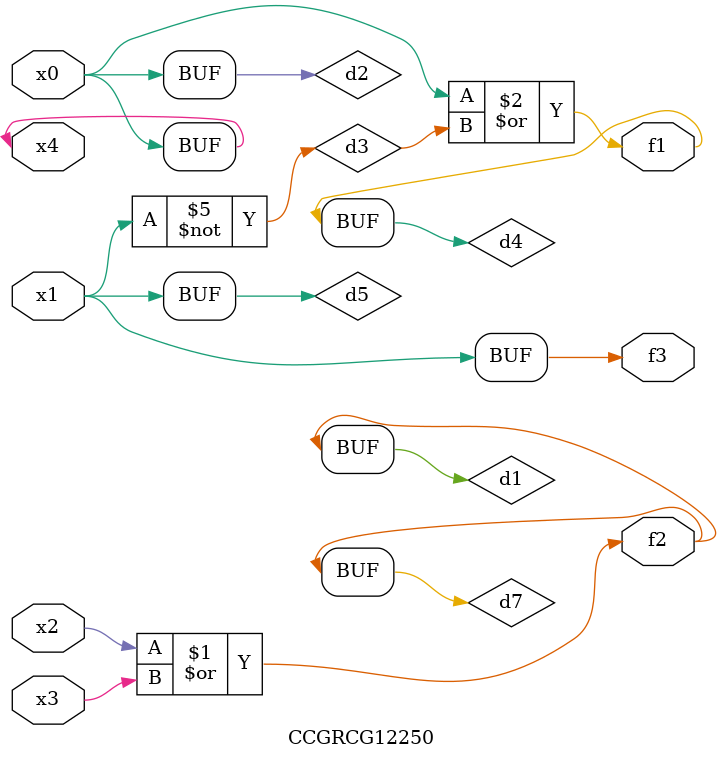
<source format=v>
module CCGRCG12250(
	input x0, x1, x2, x3, x4,
	output f1, f2, f3
);

	wire d1, d2, d3, d4, d5, d6, d7;

	or (d1, x2, x3);
	buf (d2, x0, x4);
	not (d3, x1);
	or (d4, d2, d3);
	not (d5, d3);
	nand (d6, d1, d3);
	or (d7, d1);
	assign f1 = d4;
	assign f2 = d7;
	assign f3 = d5;
endmodule

</source>
